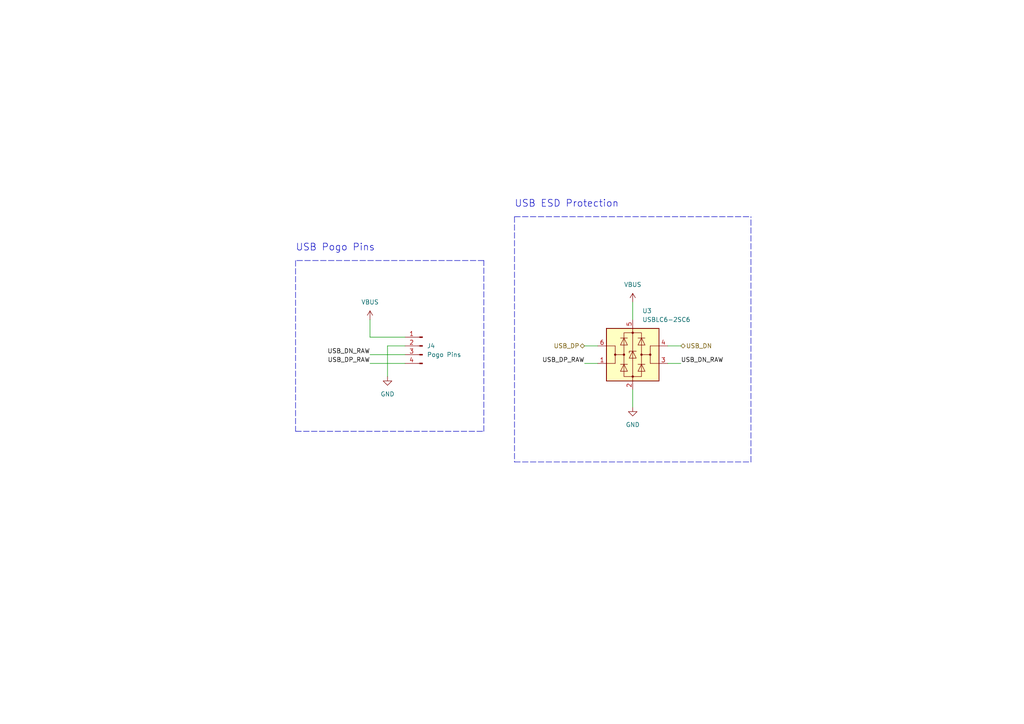
<source format=kicad_sch>
(kicad_sch (version 20211123) (generator eeschema)
  (paper "A4")
  (title_block (title "USB Connector"))
  (lib_symbols
    (symbol "Connector:Conn_01x04_Male" (pin_names (offset 1.016) hide)
      (property "Reference" "J" (at 0 5.08 0))
      (property "Value" "Conn_01x04_Male" (at 0 -7.62 0))
      (symbol "Conn_01x04_Male_1_1"
        (polyline (pts (xy 1.27 -5.08) (xy 0.8636 -5.08)) (stroke (width 0.1524)))
        (polyline (pts (xy 1.27 -2.54) (xy 0.8636 -2.54)) (stroke (width 0.1524)))
        (polyline (pts (xy 1.27 0) (xy 0.8636 0)) (stroke (width 0.1524)))
        (polyline (pts (xy 1.27 2.54) (xy 0.8636 2.54)) (stroke (width 0.1524)))
        (rectangle (start 0.8636 -4.953) (end 0 -5.207) (stroke (width 0.1524)) (fill (type outline)))
        (rectangle (start 0.8636 -2.413) (end 0 -2.667) (stroke (width 0.1524)) (fill (type outline)))
        (rectangle (start 0.8636 0.127) (end 0 -0.127) (stroke (width 0.1524)) (fill (type outline)))
        (rectangle (start 0.8636 2.667) (end 0 2.413) (stroke (width 0.1524)) (fill (type outline)))
        (pin passive line (at 5.08 2.54 180) (length 3.81) (name "Pin_1") (number "1"))
        (pin passive line (at 5.08 0 180) (length 3.81) (name "Pin_2") (number "2"))
        (pin passive line (at 5.08 -2.54 180) (length 3.81) (name "Pin_3") (number "3"))
        (pin passive line (at 5.08 -5.08 180) (length 3.81) (name "Pin_4") (number "4"))
      )
    )
    (symbol "Power_Protection:USBLC6-2SC6" (pin_names hide)
      (property "Reference" "U" (at 2.54 8.89 0))
      (property "Value" "USBLC6-2SC6" (at 2.54 -8.89 0))
      (symbol "USBLC6-2SC6_0_1"
        (rectangle (start -7.62 -7.62) (end 7.62 7.62) (stroke (width 0.254)) (fill (type background)))
        (circle (center -5.08 0) (radius 0.254) (fill (type outline)))
        (circle (center -2.54 0) (radius 0.254) (fill (type outline)))
        (rectangle (start -2.54 6.35) (end 2.54 -6.35))
        (circle (center 0 -6.35) (radius 0.254) (fill (type outline)))
        (polyline (pts (xy -5.08 -2.54) (xy -7.62 -2.54)))
        (polyline (pts (xy -5.08 0) (xy -5.08 -2.54)))
        (polyline (pts (xy -5.08 2.54) (xy -7.62 2.54)))
        (polyline (pts (xy -1.524 -2.794) (xy -3.556 -2.794)))
        (polyline (pts (xy -1.524 4.826) (xy -3.556 4.826)))
        (polyline (pts (xy 0 -7.62) (xy 0 -6.35)))
        (polyline (pts (xy 0 -6.35) (xy 0 1.27)))
        (polyline (pts (xy 0 1.27) (xy 0 6.35)))
        (polyline (pts (xy 0 6.35) (xy 0 7.62)))
        (polyline (pts (xy 1.524 -2.794) (xy 3.556 -2.794)))
        (polyline (pts (xy 1.524 4.826) (xy 3.556 4.826)))
        (polyline (pts (xy 5.08 -2.54) (xy 7.62 -2.54)))
        (polyline (pts (xy 5.08 0) (xy 5.08 -2.54)))
        (polyline (pts (xy 5.08 2.54) (xy 7.62 2.54)))
        (polyline (pts (xy -2.54 0) (xy -5.08 0) (xy -5.08 2.54)))
        (polyline (pts (xy 2.54 0) (xy 5.08 0) (xy 5.08 2.54)))
        (polyline (pts (xy -3.556 -4.826) (xy -1.524 -4.826) (xy -2.54 -2.794) (xy -3.556 -4.826)))
        (polyline (pts (xy -3.556 2.794) (xy -1.524 2.794) (xy -2.54 4.826) (xy -3.556 2.794)))
        (polyline (pts (xy -1.016 -1.016) (xy 1.016 -1.016) (xy 0 1.016) (xy -1.016 -1.016)))
        (polyline (pts (xy 1.016 1.016) (xy 0.762 1.016) (xy -1.016 1.016) (xy -1.016 0.508)))
        (polyline (pts (xy 3.556 -4.826) (xy 1.524 -4.826) (xy 2.54 -2.794) (xy 3.556 -4.826)))
        (polyline (pts (xy 3.556 2.794) (xy 1.524 2.794) (xy 2.54 4.826) (xy 3.556 2.794)))
        (circle (center 0 6.35) (radius 0.254) (fill (type outline)))
        (circle (center 2.54 0) (radius 0.254) (fill (type outline)))
        (circle (center 5.08 0) (radius 0.254) (fill (type outline)))
      )
      (symbol "USBLC6-2SC6_1_1"
        (pin passive line (at -10.16 -2.54 0) (length 2.54) (name "I/O1") (number "1"))
        (pin passive line (at 0 -10.16 90) (length 2.54) (name "GND") (number "2"))
        (pin passive line (at 10.16 -2.54 180) (length 2.54) (name "I/O2") (number "3"))
        (pin passive line (at 10.16 2.54 180) (length 2.54) (name "I/O2") (number "4"))
        (pin passive line (at 0 10.16 270) (length 2.54) (name "VBUS") (number "5"))
        (pin passive line (at -10.16 2.54 0) (length 2.54) (name "I/O1") (number "6"))
      )
    )
    (symbol "power:GND" (power) (pin_names (offset 0))
      (property "Value" "GND" (at 0 -3.81 0))
      (symbol "GND_0_1"
        (polyline (pts (xy 0 0) (xy 0 -1.27) (xy 1.27 -1.27) (xy 0 -2.54) (xy -1.27 -1.27) (xy 0 -1.27)))
      )
      (symbol "GND_1_1"
        (pin power_in line (at 0 0 270) (length 0) hide (name "GND") (number "1"))
      )
    )
    (symbol "power:VBUS" (power) (pin_names (offset 0))
      (property "Value" "VBUS" (at 0 3.81 0))
      (symbol "VBUS_0_1"
        (polyline (pts (xy -0.762 1.27) (xy 0 2.54)))
        (polyline (pts (xy 0 0) (xy 0 2.54)))
        (polyline (pts (xy 0 2.54) (xy 0.762 1.27)))
      )
      (symbol "VBUS_1_1"
        (pin power_in line (at 0 0 90) (length 0) hide (name "VBUS") (number "1"))
      )
    )
  )
  (wire (pts (xy 169.545 100.33) (xy 173.355 100.33)))
  (wire (pts (xy 112.395 100.33) (xy 112.395 109.22)))
  (polyline (pts (xy 140.335 125.095) (xy 140.335 75.565)))
  (polyline (pts (xy 149.225 62.865) (xy 217.805 62.865)))
  (polyline (pts (xy 149.225 62.865) (xy 149.225 133.985)))
  (wire (pts (xy 107.315 92.71) (xy 107.315 97.79)))
  (polyline (pts (xy 85.725 75.565) (xy 85.725 125.095)))
  (wire (pts (xy 107.315 97.79) (xy 117.475 97.79)))
  (wire (pts (xy 107.315 102.87) (xy 117.475 102.87)))
  (wire (pts (xy 183.515 113.03) (xy 183.515 118.11)))
  (wire (pts (xy 169.545 105.41) (xy 173.355 105.41)))
  (polyline (pts (xy 149.225 133.985) (xy 217.805 133.985)))
  (polyline (pts (xy 140.335 75.565) (xy 85.725 75.565)))
  (wire (pts (xy 193.675 100.33) (xy 197.485 100.33)))
  (wire (pts (xy 107.315 105.41) (xy 117.475 105.41)))
  (wire (pts (xy 193.675 105.41) (xy 197.485 105.41)))
  (polyline (pts (xy 217.805 133.985) (xy 217.805 62.865)))
  (polyline (pts (xy 85.725 125.095) (xy 140.335 125.095)))
  (wire (pts (xy 183.515 87.63) (xy 183.515 92.71)))
  (wire (pts (xy 112.395 100.33) (xy 117.475 100.33)))
  (text "USB ESD Protection" (at 149.225 60.325 0) (effects (font (size 2 2)) (justify left bottom)))
  (text "USB Pogo Pins" (at 85.725 73.025 0) (effects (font (size 2 2)) (justify left bottom)))
  (label "USB_DP_RAW" (at 169.545 105.41 180))
  (label "USB_DN_RAW" (at 197.485 105.41 0))
  (label "USB_DP_RAW" (at 107.315 105.41 180))
  (label "USB_DN_RAW" (at 107.315 102.87 180))
  (hierarchical_label "USB_DP" (shape bidirectional) (at 169.545 100.33 180))
  (hierarchical_label "USB_DN" (shape bidirectional) (at 197.485 100.33 0))
  (symbol (lib_id "power:GND") (at 183.515 118.11 0) (unit 1)
    (property "Reference" "#PWR029" (effects hide))
    (property "Value" "GND" (at 183.515 123.19 0))
  )
  (symbol (lib_id "power:GND") (at 112.395 109.22 0) (unit 1)
    (property "Reference" "#PWR026" (effects hide))
    (property "Value" "GND" (at 112.395 114.3 0))
  )
  (symbol (lib_id "power:VBUS") (at 107.315 92.71 0) (unit 1)
    (property "Reference" "#PWR025" (effects hide))
    (property "Value" "VBUS" (at 107.315 87.63 0))
  )
  (symbol (lib_id "Power_Protection:USBLC6-2SC6") (at 183.515 102.87 0) (unit 1)
    (property "Reference" "U3" (at 186.2837 90.17 0) (effects (justify left)))
    (property "Value" "USBLC6-2SC6" (at 186.2837 92.71 0) (effects (justify left)))
    (property "Footprint" "Package_TO_SOT_SMD:SOT-23-6" (effects hide))
    (property "Datasheet" "https://www.st.com/resource/en/datasheet/usblc6-2.pdf" (effects hide))
    (property "Int @ 10" "0.554" (effects hide))
    (property "MPN" "USBLC6-2SC6" (effects hide))
    (property "Mfr" "STMicroelectronics" (effects hide))
    (property "SKU" "511-USBLC6-2SC6" (effects hide))
    (property "Stock Situation" "OK @ 2Nov2022" (effects hide))
    (property "Vendor" "Mouser" (effects hide))
  )
  (symbol (lib_id "power:VBUS") (at 183.515 87.63 0) (unit 1)
    (property "Reference" "#PWR028" (effects hide))
    (property "Value" "VBUS" (at 183.515 82.55 0))
  )
  (symbol (lib_id "Connector:Conn_01x04_Male") (at 122.555 100.33 0) (mirror y) (unit 1)
    (property "Reference" "J4" (at 123.825 100.3299 0) (effects (justify right)))
    (property "Value" "Pogo Pins" (at 123.825 102.8699 0) (effects (justify right)))
    (property "Footprint" "art:PogoPins" (effects hide))
    (property "Int @ 10" "2.13" (effects hide))
    (property "MPN" "836-22-004-10-001101" (effects hide))
    (property "Mfr" "Mill-Max" (effects hide))
    (property "SKU" "575-8362200410001101" (effects hide))
    (property "Stock Situation" "OK @ 2Nov2022" (effects hide))
    (property "Vendor" "Mouser" (effects hide))
  )
)
</source>
